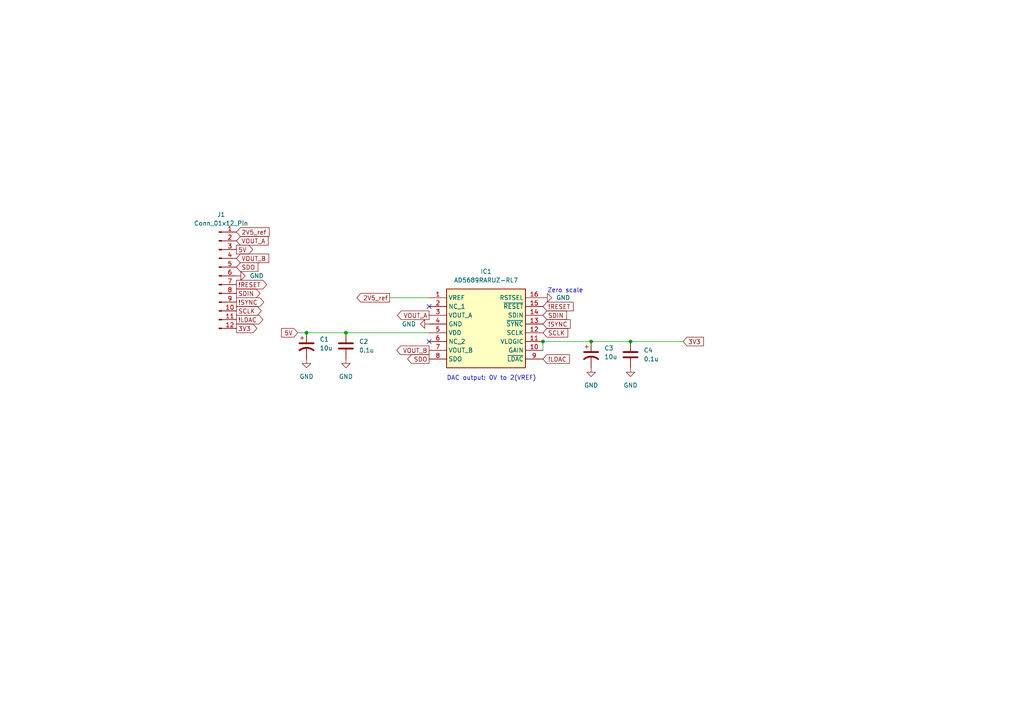
<source format=kicad_sch>
(kicad_sch (version 20230121) (generator eeschema)
  (paper "A4")
  (lib_symbols
    (symbol "21xt_symbols:AD5689RARUZ-RL7"
      (property "Reference" "IC" (at 29.21 7.62 0))
      (property "Value" "AD5689RARUZ-RL7" (at 29.21 5.08 0))
      (symbol "AD5689RARUZ-RL7_1_1"
        (rectangle (start 5.08 2.54) (end 27.94 -20.32) (stroke (width 0.254)) (fill (type background)))
        (pin passive line (at 0 0 0) (length 5.08) (name "VREF") (number "1"))
        (pin passive line (at 33.02 -15.24 180) (length 5.08) (name "GAIN") (number "10"))
        (pin passive line (at 33.02 -12.7 180) (length 5.08) (name "VLOGIC") (number "11"))
        (pin passive line (at 33.02 -10.16 180) (length 5.08) (name "SCLK") (number "12"))
        (pin passive line (at 33.02 -7.62 180) (length 5.08) (name "~{SYNC}") (number "13"))
        (pin passive line (at 33.02 -5.08 180) (length 5.08) (name "SDIN") (number "14"))
        (pin passive line (at 33.02 -2.54 180) (length 5.08) (name "~{RESET}") (number "15"))
        (pin passive line (at 33.02 0 180) (length 5.08) (name "RSTSEL") (number "16"))
        (pin passive line (at 0 -2.54 0) (length 5.08) (name "NC_1") (number "2"))
        (pin passive line (at 0 -5.08 0) (length 5.08) (name "VOUT_A") (number "3"))
        (pin passive line (at 0 -7.62 0) (length 5.08) (name "GND") (number "4"))
        (pin passive line (at 0 -10.16 0) (length 5.08) (name "VDD") (number "5"))
        (pin passive line (at 0 -12.7 0) (length 5.08) (name "NC_2") (number "6"))
        (pin passive line (at 0 -15.24 0) (length 5.08) (name "VOUT_B") (number "7"))
        (pin passive line (at 0 -17.78 0) (length 5.08) (name "SDO") (number "8"))
        (pin passive line (at 33.02 -17.78 180) (length 5.08) (name "~{LDAC}") (number "9"))
      )
    )
    (symbol "Connector:Conn_01x12_Pin" (pin_names (offset 1.016) hide)
      (property "Reference" "J" (at 0 15.24 0))
      (property "Value" "Conn_01x12_Pin" (at 0 -17.78 0))
      (symbol "Conn_01x12_Pin_1_1"
        (polyline (pts (xy 1.27 -15.24) (xy 0.8636 -15.24)) (stroke (width 0.1524)))
        (polyline (pts (xy 1.27 -12.7) (xy 0.8636 -12.7)) (stroke (width 0.1524)))
        (polyline (pts (xy 1.27 -10.16) (xy 0.8636 -10.16)) (stroke (width 0.1524)))
        (polyline (pts (xy 1.27 -7.62) (xy 0.8636 -7.62)) (stroke (width 0.1524)))
        (polyline (pts (xy 1.27 -5.08) (xy 0.8636 -5.08)) (stroke (width 0.1524)))
        (polyline (pts (xy 1.27 -2.54) (xy 0.8636 -2.54)) (stroke (width 0.1524)))
        (polyline (pts (xy 1.27 0) (xy 0.8636 0)) (stroke (width 0.1524)))
        (polyline (pts (xy 1.27 2.54) (xy 0.8636 2.54)) (stroke (width 0.1524)))
        (polyline (pts (xy 1.27 5.08) (xy 0.8636 5.08)) (stroke (width 0.1524)))
        (polyline (pts (xy 1.27 7.62) (xy 0.8636 7.62)) (stroke (width 0.1524)))
        (polyline (pts (xy 1.27 10.16) (xy 0.8636 10.16)) (stroke (width 0.1524)))
        (polyline (pts (xy 1.27 12.7) (xy 0.8636 12.7)) (stroke (width 0.1524)))
        (rectangle (start 0.8636 -15.113) (end 0 -15.367) (stroke (width 0.1524)) (fill (type outline)))
        (rectangle (start 0.8636 -12.573) (end 0 -12.827) (stroke (width 0.1524)) (fill (type outline)))
        (rectangle (start 0.8636 -10.033) (end 0 -10.287) (stroke (width 0.1524)) (fill (type outline)))
        (rectangle (start 0.8636 -7.493) (end 0 -7.747) (stroke (width 0.1524)) (fill (type outline)))
        (rectangle (start 0.8636 -4.953) (end 0 -5.207) (stroke (width 0.1524)) (fill (type outline)))
        (rectangle (start 0.8636 -2.413) (end 0 -2.667) (stroke (width 0.1524)) (fill (type outline)))
        (rectangle (start 0.8636 0.127) (end 0 -0.127) (stroke (width 0.1524)) (fill (type outline)))
        (rectangle (start 0.8636 2.667) (end 0 2.413) (stroke (width 0.1524)) (fill (type outline)))
        (rectangle (start 0.8636 5.207) (end 0 4.953) (stroke (width 0.1524)) (fill (type outline)))
        (rectangle (start 0.8636 7.747) (end 0 7.493) (stroke (width 0.1524)) (fill (type outline)))
        (rectangle (start 0.8636 10.287) (end 0 10.033) (stroke (width 0.1524)) (fill (type outline)))
        (rectangle (start 0.8636 12.827) (end 0 12.573) (stroke (width 0.1524)) (fill (type outline)))
        (pin passive line (at 5.08 12.7 180) (length 3.81) (name "Pin_1") (number "1"))
        (pin passive line (at 5.08 -10.16 180) (length 3.81) (name "Pin_10") (number "10"))
        (pin passive line (at 5.08 -12.7 180) (length 3.81) (name "Pin_11") (number "11"))
        (pin passive line (at 5.08 -15.24 180) (length 3.81) (name "Pin_12") (number "12"))
        (pin passive line (at 5.08 10.16 180) (length 3.81) (name "Pin_2") (number "2"))
        (pin passive line (at 5.08 7.62 180) (length 3.81) (name "Pin_3") (number "3"))
        (pin passive line (at 5.08 5.08 180) (length 3.81) (name "Pin_4") (number "4"))
        (pin passive line (at 5.08 2.54 180) (length 3.81) (name "Pin_5") (number "5"))
        (pin passive line (at 5.08 0 180) (length 3.81) (name "Pin_6") (number "6"))
        (pin passive line (at 5.08 -2.54 180) (length 3.81) (name "Pin_7") (number "7"))
        (pin passive line (at 5.08 -5.08 180) (length 3.81) (name "Pin_8") (number "8"))
        (pin passive line (at 5.08 -7.62 180) (length 3.81) (name "Pin_9") (number "9"))
      )
    )
    (symbol "Device:C" (pin_numbers hide) (pin_names (offset 0.254))
      (property "Reference" "C" (at 0.635 2.54 0))
      (property "Value" "C" (at 0.635 -2.54 0))
      (symbol "C_0_1"
        (polyline (pts (xy -2.032 -0.762) (xy 2.032 -0.762)) (stroke (width 0.508)))
        (polyline (pts (xy -2.032 0.762) (xy 2.032 0.762)) (stroke (width 0.508)))
      )
      (symbol "C_1_1"
        (pin passive line (at 0 3.81 270) (length 2.794) (name "~") (number "1"))
        (pin passive line (at 0 -3.81 90) (length 2.794) (name "~") (number "2"))
      )
    )
    (symbol "Device:C_Polarized_US" (pin_numbers hide) (pin_names (offset 0.254) hide)
      (property "Reference" "C" (at 0.635 2.54 0))
      (property "Value" "C_Polarized_US" (at 0.635 -2.54 0))
      (symbol "C_Polarized_US_0_1"
        (polyline (pts (xy -2.032 0.762) (xy 2.032 0.762)) (stroke (width 0.508)))
        (polyline (pts (xy -1.778 2.286) (xy -0.762 2.286)))
        (polyline (pts (xy -1.27 1.778) (xy -1.27 2.794)))
        (arc (start 2.032 -1.27) (mid 0 -0.5572) (end -2.032 -1.27) (stroke (width 0.508)))
      )
      (symbol "C_Polarized_US_1_1"
        (pin passive line (at 0 3.81 270) (length 2.794) (name "~") (number "1"))
        (pin passive line (at 0 -3.81 90) (length 3.302) (name "~") (number "2"))
      )
    )
    (symbol "power:GND" (power) (pin_names (offset 0))
      (property "Value" "GND" (at 0 -3.81 0))
      (symbol "GND_0_1"
        (polyline (pts (xy 0 0) (xy 0 -1.27) (xy 1.27 -1.27) (xy 0 -2.54) (xy -1.27 -1.27) (xy 0 -1.27)))
      )
      (symbol "GND_1_1"
        (pin power_in line (at 0 0 270) (length 0) hide (name "GND") (number "1"))
      )
    )
  )
  (junction (at 182.88 99.06))
  (junction (at 100.33 96.52))
  (junction (at 171.45 99.06))
  (junction (at 88.9 96.52))
  (junction (at 157.48 99.06))
  (no_connect (at 124.46 88.9))
  (no_connect (at 124.46 99.06))
  (wire (pts (xy 113.03 86.36) (xy 124.46 86.36)))
  (wire (pts (xy 88.9 96.52) (xy 100.33 96.52)))
  (wire (pts (xy 157.48 99.06) (xy 171.45 99.06)))
  (wire (pts (xy 171.45 99.06) (xy 182.88 99.06)))
  (wire (pts (xy 86.36 96.52) (xy 88.9 96.52)))
  (wire (pts (xy 157.48 99.06) (xy 157.48 101.6)))
  (wire (pts (xy 198.12 99.06) (xy 182.88 99.06)))
  (wire (pts (xy 100.33 96.52) (xy 124.46 96.52)))
  (text "DAC output: 0V to 2(VREF)" (at 129.54 110.49 0) (effects (font (size 1.27 1.27)) (justify left bottom)))
  (text "Zero scale" (at 158.75 85.09 0) (effects (font (size 1.27 1.27)) (justify left bottom)))
  (global_label "5V" (shape output) (at 68.58 72.39 0) (property "Intersheetrefs" "${INTERSHEET_REFS}" (effects hide)))
  (global_label "!RESET" (shape input) (at 157.48 88.9 0) (property "Intersheetrefs" "${INTERSHEET_REFS}" (effects hide)))
  (global_label "3V3" (shape output) (at 68.58 95.25 0) (property "Intersheetrefs" "${INTERSHEET_REFS}" (effects hide)))
  (global_label "!SYNC" (shape output) (at 68.58 87.63 0) (property "Intersheetrefs" "${INTERSHEET_REFS}" (effects hide)))
  (global_label "VOUT_B" (shape input) (at 68.58 74.93 0) (property "Intersheetrefs" "${INTERSHEET_REFS}" (effects hide)))
  (global_label "5V" (shape input) (at 86.36 96.52 180) (property "Intersheetrefs" "${INTERSHEET_REFS}" (effects hide)))
  (global_label "!RESET" (shape output) (at 68.58 82.55 0) (property "Intersheetrefs" "${INTERSHEET_REFS}" (effects hide)))
  (global_label "SCLK" (shape output) (at 68.58 90.17 0) (property "Intersheetrefs" "${INTERSHEET_REFS}" (effects hide)))
  (global_label "SDO" (shape input) (at 68.58 77.47 0) (property "Intersheetrefs" "${INTERSHEET_REFS}" (effects hide)))
  (global_label "!LDAC" (shape output) (at 68.58 92.71 0) (property "Intersheetrefs" "${INTERSHEET_REFS}" (effects hide)))
  (global_label "SDIN" (shape output) (at 68.58 85.09 0) (property "Intersheetrefs" "${INTERSHEET_REFS}" (effects hide)))
  (global_label "!LDAC" (shape input) (at 157.48 104.14 0) (property "Intersheetrefs" "${INTERSHEET_REFS}" (effects hide)))
  (global_label "2V5_ref" (shape input) (at 68.58 67.31 0) (property "Intersheetrefs" "${INTERSHEET_REFS}" (effects hide)))
  (global_label "3V3" (shape input) (at 198.12 99.06 0) (property "Intersheetrefs" "${INTERSHEET_REFS}" (effects hide)))
  (global_label "SDIN" (shape input) (at 157.48 91.44 0) (property "Intersheetrefs" "${INTERSHEET_REFS}" (effects hide)))
  (global_label "!SYNC" (shape input) (at 157.48 93.98 0) (property "Intersheetrefs" "${INTERSHEET_REFS}" (effects hide)))
  (global_label "SCLK" (shape input) (at 157.48 96.52 0) (property "Intersheetrefs" "${INTERSHEET_REFS}" (effects hide)))
  (global_label "VOUT_A" (shape input) (at 68.58 69.85 0) (property "Intersheetrefs" "${INTERSHEET_REFS}" (effects hide)))
  (global_label "VOUT_B" (shape output) (at 124.46 101.6 180) (property "Intersheetrefs" "${INTERSHEET_REFS}" (effects hide)))
  (global_label "SDO" (shape output) (at 124.46 104.14 180) (property "Intersheetrefs" "${INTERSHEET_REFS}" (effects hide)))
  (global_label "2V5_ref" (shape output) (at 113.03 86.36 180) (property "Intersheetrefs" "${INTERSHEET_REFS}" (effects hide)))
  (global_label "VOUT_A" (shape output) (at 124.46 91.44 180) (property "Intersheetrefs" "${INTERSHEET_REFS}" (effects hide)))
  (symbol (lib_id "power:GND") (at 68.58 80.01 90) (unit 1)
    (property "Reference" "#PWR07" (effects hide))
    (property "Value" "GND" (at 72.39 80.01 90) (effects (justify right)))
  )
  (symbol (lib_id "power:GND") (at 124.46 93.98 270) (unit 1)
    (property "Reference" "#PWR01" (effects hide))
    (property "Value" "GND" (at 120.65 93.98 90) (effects (justify right)))
  )
  (symbol (lib_id "Device:C_Polarized_US") (at 88.9 100.33 0) (unit 1)
    (property "Reference" "C1" (at 92.71 98.425 0) (effects (justify left)))
    (property "Value" "10u" (at 92.71 100.965 0) (effects (justify left)))
    (property "Footprint" "21xt_footprints:CAP_TPS_A_AVX" (effects hide))
  )
  (symbol (lib_id "power:GND") (at 182.88 106.68 0) (unit 1)
    (property "Reference" "#PWR06" (effects hide))
    (property "Value" "GND" (at 182.88 111.76 0))
  )
  (symbol (lib_id "power:GND") (at 171.45 106.68 0) (unit 1)
    (property "Reference" "#PWR05" (effects hide))
    (property "Value" "GND" (at 171.45 111.76 0))
  )
  (symbol (lib_id "Device:C") (at 100.33 100.33 0) (unit 1)
    (property "Reference" "C2" (at 104.14 99.06 0) (effects (justify left)))
    (property "Value" "0.1u" (at 104.14 101.6 0) (effects (justify left)))
    (property "Footprint" "Capacitor_SMD:C_0603_1608Metric" (effects hide))
  )
  (symbol (lib_id "Device:C") (at 182.88 102.87 0) (unit 1)
    (property "Reference" "C4" (at 186.69 101.6 0) (effects (justify left)))
    (property "Value" "0.1u" (at 186.69 104.14 0) (effects (justify left)))
    (property "Footprint" "Capacitor_SMD:C_0603_1608Metric" (effects hide))
  )
  (symbol (lib_id "power:GND") (at 88.9 104.14 0) (unit 1)
    (property "Reference" "#PWR02" (effects hide))
    (property "Value" "GND" (at 88.9 109.22 0))
  )
  (symbol (lib_id "Connector:Conn_01x12_Pin") (at 63.5 80.01 0) (unit 1)
    (property "Reference" "J1" (at 64.135 62.23 0))
    (property "Value" "Conn_01x12_Pin" (at 64.135 64.77 0))
    (property "Footprint" "21xt_footprints:6pin-6pin breadboard" (effects hide))
  )
  (symbol (lib_id "power:GND") (at 157.48 86.36 90) (unit 1)
    (property "Reference" "#PWR04" (effects hide))
    (property "Value" "GND" (at 161.29 86.36 90) (effects (justify right)))
  )
  (symbol (lib_id "power:GND") (at 100.33 104.14 0) (unit 1)
    (property "Reference" "#PWR03" (effects hide))
    (property "Value" "GND" (at 100.33 109.22 0))
  )
  (symbol (lib_id "Device:C_Polarized_US") (at 171.45 102.87 0) (unit 1)
    (property "Reference" "C3" (at 175.26 100.965 0) (effects (justify left)))
    (property "Value" "10u" (at 175.26 103.505 0) (effects (justify left)))
    (property "Footprint" "21xt_footprints:CAP_TPS_A_AVX" (effects hide))
  )
  (symbol (lib_id "21xt_symbols:AD5689RARUZ-RL7") (at 124.46 86.36 0) (unit 1)
    (property "Reference" "IC1" (at 140.97 78.74 0))
    (property "Value" "AD5689RARUZ-RL7" (at 140.97 81.28 0))
    (property "Footprint" "21xt_footprints:SOP65P640X120-16N" (effects hide))
    (property "Datasheet" "https://www.analog.com/media/en/technical-documentation/data-sheets/AD5689R_5687R.pdf" (effects hide))
    (property "Height" "1.2" (effects hide))
    (property "Mouser Part Number" "584-AD5689RARUZ-R7" (effects hide))
    (property "Mouser Price/Stock" "https://www.mouser.co.uk/ProductDetail/Analog-Devices/AD5689RARUZ-RL7?qs=NmRFExCfTkGWKmPGJDmQBg%3D%3D" (effects hide))
    (property "Manufacturer_Name" "Analog Devices" (effects hide))
    (property "Manufacturer_Part_Number" "AD5689RARUZ-RL7" (effects hide))
  )
)
</source>
